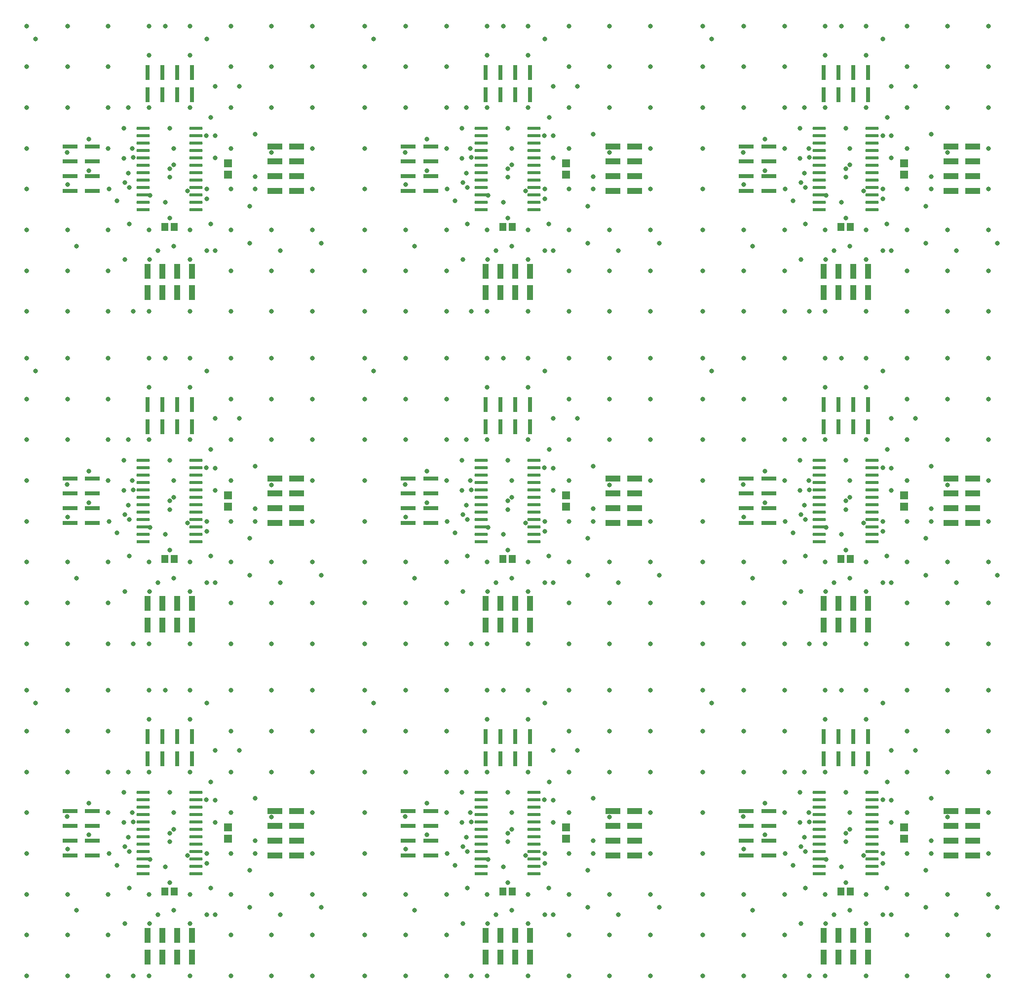
<source format=gbr>
%TF.GenerationSoftware,Altium Limited,Altium Designer,21.6.1 (37)*%
G04 Layer_Color=16711935*
%FSLAX43Y43*%
%MOMM*%
%TF.SameCoordinates,8D5B277E-474B-43DD-86F4-B2073A371E15*%
%TF.FilePolarity,Negative*%
%TF.FileFunction,Soldermask,Bot*%
%TF.Part,CustomerPanel*%
G01*
G75*
%TA.AperFunction,ViaPad*%
%ADD13C,0.800*%
%TA.AperFunction,SMDPad,CuDef*%
%ADD14R,0.800X2.500*%
%ADD15R,2.500X0.800*%
%ADD16R,2.500X1.000*%
%ADD17R,1.000X2.500*%
G04:AMPARAMS|DCode=18|XSize=2.298mm|YSize=0.567mm|CornerRadius=0.283mm|HoleSize=0mm|Usage=FLASHONLY|Rotation=0.000|XOffset=0mm|YOffset=0mm|HoleType=Round|Shape=RoundedRectangle|*
%AMROUNDEDRECTD18*
21,1,2.298,0.000,0,0,0.0*
21,1,1.731,0.567,0,0,0.0*
1,1,0.567,0.865,0.000*
1,1,0.567,-0.865,0.000*
1,1,0.567,-0.865,0.000*
1,1,0.567,0.865,0.000*
%
%ADD18ROUNDEDRECTD18*%
%ADD19R,2.298X0.567*%
%ADD20R,1.300X1.450*%
%ADD21R,1.450X1.350*%
D13*
X135000Y135986D02*
D03*
X133621Y138000D02*
D03*
X144000Y133024D02*
D03*
X133500Y145000D02*
D03*
X136962Y152000D02*
D03*
X136141Y143313D02*
D03*
X137781Y143413D02*
D03*
X137645Y145013D02*
D03*
X136163Y148485D02*
D03*
X136903Y140771D02*
D03*
X170000Y128740D02*
D03*
X157771D02*
D03*
Y135090D02*
D03*
X147123Y137690D02*
D03*
X151097Y132042D02*
D03*
X154500Y138000D02*
D03*
X150357Y136315D02*
D03*
X143260Y135745D02*
D03*
X158672Y140170D02*
D03*
Y138000D02*
D03*
X151837Y143337D02*
D03*
X150357Y138000D02*
D03*
X162990Y127492D02*
D03*
X154500Y131000D02*
D03*
X151852Y127470D02*
D03*
X150346Y147215D02*
D03*
X151852Y147140D02*
D03*
X154500Y152000D02*
D03*
Y159000D02*
D03*
Y166000D02*
D03*
X156000Y155664D02*
D03*
X151814D02*
D03*
X151111Y150305D02*
D03*
X142000Y127492D02*
D03*
X150357Y127470D02*
D03*
X140665Y136964D02*
D03*
X137099Y138325D02*
D03*
X136300Y139154D02*
D03*
X128000Y128232D02*
D03*
X144740D02*
D03*
Y142146D02*
D03*
Y144996D02*
D03*
X144000Y148485D02*
D03*
X161500Y152000D02*
D03*
X158672Y147460D02*
D03*
X147500Y152000D02*
D03*
X147496Y160998D02*
D03*
X121000Y163792D02*
D03*
X150357D02*
D03*
X137764Y117000D02*
D03*
X144000Y141500D02*
D03*
X136300Y125966D02*
D03*
X144000Y140030D02*
D03*
X119500Y145000D02*
D03*
X130115Y141186D02*
D03*
X143300Y166011D02*
D03*
X147500Y131000D02*
D03*
X137082Y132042D02*
D03*
X140500Y131000D02*
D03*
X130115Y146624D02*
D03*
X168500Y138000D02*
D03*
X154500Y145000D02*
D03*
X140491Y161001D02*
D03*
X140538Y125946D02*
D03*
X147496D02*
D03*
X126456Y144306D02*
D03*
X126529Y138759D02*
D03*
X161500Y144260D02*
D03*
X119500Y166000D02*
D03*
Y159000D02*
D03*
Y152000D02*
D03*
Y138000D02*
D03*
Y131000D02*
D03*
Y124000D02*
D03*
X168500D02*
D03*
X154500D02*
D03*
X133500D02*
D03*
X126500D02*
D03*
X161500D02*
D03*
X168500Y117000D02*
D03*
X154500D02*
D03*
X147500D02*
D03*
X140500D02*
D03*
X133500D02*
D03*
X126500D02*
D03*
X119500D02*
D03*
X161500D02*
D03*
X168500Y131000D02*
D03*
X133500D02*
D03*
X126500D02*
D03*
X161500D02*
D03*
X168500Y145000D02*
D03*
Y152000D02*
D03*
X140500D02*
D03*
X133500D02*
D03*
X126500D02*
D03*
X161500Y159000D02*
D03*
X126500D02*
D03*
X133500D02*
D03*
X168500D02*
D03*
Y166000D02*
D03*
X161500D02*
D03*
X147500D02*
D03*
X140500D02*
D03*
X133500D02*
D03*
X126500D02*
D03*
X135000Y78986D02*
D03*
X133621Y81000D02*
D03*
X144000Y76024D02*
D03*
X133500Y88000D02*
D03*
X136962Y95000D02*
D03*
X136141Y86313D02*
D03*
X137781Y86413D02*
D03*
X137645Y88013D02*
D03*
X136163Y91485D02*
D03*
X136903Y83771D02*
D03*
X170000Y71740D02*
D03*
X157771D02*
D03*
Y78090D02*
D03*
X147123Y80690D02*
D03*
X151097Y75042D02*
D03*
X154500Y81000D02*
D03*
X150357Y79315D02*
D03*
X143260Y78745D02*
D03*
X158672Y83170D02*
D03*
Y81000D02*
D03*
X151837Y86337D02*
D03*
X150357Y81000D02*
D03*
X162990Y70491D02*
D03*
X154500Y74000D02*
D03*
X151852Y70470D02*
D03*
X150346Y90215D02*
D03*
X151852Y90140D02*
D03*
X154500Y95000D02*
D03*
Y102000D02*
D03*
Y109000D02*
D03*
X156000Y98664D02*
D03*
X151814D02*
D03*
X151111Y93305D02*
D03*
X142000Y70491D02*
D03*
X150357Y70470D02*
D03*
X140665Y79964D02*
D03*
X137099Y81325D02*
D03*
X136300Y82154D02*
D03*
X128000Y71232D02*
D03*
X144740D02*
D03*
Y85146D02*
D03*
Y87996D02*
D03*
X144000Y91485D02*
D03*
X161500Y95000D02*
D03*
X158672Y90460D02*
D03*
X147500Y95000D02*
D03*
X147496Y103998D02*
D03*
X121000Y106792D02*
D03*
X150357D02*
D03*
X137764Y60000D02*
D03*
X144000Y84500D02*
D03*
X136300Y68966D02*
D03*
X144000Y83030D02*
D03*
X119500Y88000D02*
D03*
X130115Y84186D02*
D03*
X143300Y109011D02*
D03*
X147500Y74000D02*
D03*
X137082Y75042D02*
D03*
X140500Y74000D02*
D03*
X130115Y89624D02*
D03*
X168500Y81000D02*
D03*
X154500Y88000D02*
D03*
X140491Y104001D02*
D03*
X140538Y68946D02*
D03*
X147496D02*
D03*
X126456Y87306D02*
D03*
X126529Y81759D02*
D03*
X161500Y87260D02*
D03*
X119500Y109000D02*
D03*
Y102000D02*
D03*
Y95000D02*
D03*
Y81000D02*
D03*
Y74000D02*
D03*
Y67000D02*
D03*
X168500D02*
D03*
X154500D02*
D03*
X133500D02*
D03*
X126500D02*
D03*
X161500D02*
D03*
X168500Y60000D02*
D03*
X154500D02*
D03*
X147500D02*
D03*
X140500D02*
D03*
X133500D02*
D03*
X126500D02*
D03*
X119500D02*
D03*
X161500D02*
D03*
X168500Y74000D02*
D03*
X133500D02*
D03*
X126500D02*
D03*
X161500D02*
D03*
X168500Y88000D02*
D03*
Y95000D02*
D03*
X140500D02*
D03*
X133500D02*
D03*
X126500D02*
D03*
X161500Y102000D02*
D03*
X126500D02*
D03*
X133500D02*
D03*
X168500D02*
D03*
Y109000D02*
D03*
X161500D02*
D03*
X147500D02*
D03*
X140500D02*
D03*
X133500D02*
D03*
X126500D02*
D03*
X135000Y21986D02*
D03*
X133621Y24000D02*
D03*
X144000Y19024D02*
D03*
X133500Y31000D02*
D03*
X136962Y38000D02*
D03*
X136141Y29313D02*
D03*
X137781Y29413D02*
D03*
X137645Y31013D02*
D03*
X136163Y34485D02*
D03*
X136903Y26771D02*
D03*
X170000Y14740D02*
D03*
X157771D02*
D03*
Y21090D02*
D03*
X147123Y23690D02*
D03*
X151097Y18042D02*
D03*
X154500Y24000D02*
D03*
X150357Y22315D02*
D03*
X143259Y21745D02*
D03*
X158672Y26170D02*
D03*
Y24000D02*
D03*
X151837Y29337D02*
D03*
X150357Y24000D02*
D03*
X162990Y13491D02*
D03*
X154500Y17000D02*
D03*
X151852Y13470D02*
D03*
X150346Y33215D02*
D03*
X151852Y33140D02*
D03*
X154500Y38000D02*
D03*
Y45000D02*
D03*
Y52000D02*
D03*
X156000Y41664D02*
D03*
X151814D02*
D03*
X151111Y36305D02*
D03*
X142000Y13491D02*
D03*
X150357Y13470D02*
D03*
X140665Y22964D02*
D03*
X137099Y24325D02*
D03*
X136300Y25154D02*
D03*
X128000Y14232D02*
D03*
X144740D02*
D03*
Y28146D02*
D03*
Y30996D02*
D03*
X144000Y34485D02*
D03*
X161500Y38000D02*
D03*
X158672Y33460D02*
D03*
X147500Y38000D02*
D03*
X147496Y46998D02*
D03*
X121000Y49792D02*
D03*
X150357D02*
D03*
X137764Y3000D02*
D03*
X144000Y27500D02*
D03*
X136300Y11966D02*
D03*
X144000Y26030D02*
D03*
X119500Y31000D02*
D03*
X130115Y27186D02*
D03*
X143300Y52011D02*
D03*
X147500Y17000D02*
D03*
X137082Y18042D02*
D03*
X140500Y17000D02*
D03*
X130115Y32624D02*
D03*
X168500Y24000D02*
D03*
X154500Y31000D02*
D03*
X140491Y47001D02*
D03*
X140538Y11946D02*
D03*
X147496D02*
D03*
X126456Y30306D02*
D03*
X126529Y24759D02*
D03*
X161500Y30260D02*
D03*
X119500Y52000D02*
D03*
Y45000D02*
D03*
Y38000D02*
D03*
Y24000D02*
D03*
Y17000D02*
D03*
Y10000D02*
D03*
X168500D02*
D03*
X154500D02*
D03*
X133500D02*
D03*
X126500D02*
D03*
X161500D02*
D03*
X168500Y3000D02*
D03*
X154500D02*
D03*
X147500D02*
D03*
X140500D02*
D03*
X133500D02*
D03*
X126500D02*
D03*
X119500D02*
D03*
X161500D02*
D03*
X168500Y17000D02*
D03*
X133500D02*
D03*
X126500D02*
D03*
X161500D02*
D03*
X168500Y31000D02*
D03*
Y38000D02*
D03*
X140500D02*
D03*
X133500D02*
D03*
X126500D02*
D03*
X161500Y45000D02*
D03*
X126500D02*
D03*
X133500D02*
D03*
X168500D02*
D03*
Y52000D02*
D03*
X161500D02*
D03*
X147500D02*
D03*
X140500D02*
D03*
X133500D02*
D03*
X126500D02*
D03*
X77000Y135986D02*
D03*
X75621Y138000D02*
D03*
X86000Y133024D02*
D03*
X75500Y145000D02*
D03*
X78962Y152000D02*
D03*
X78141Y143313D02*
D03*
X79781Y143413D02*
D03*
X79645Y145013D02*
D03*
X78163Y148485D02*
D03*
X78903Y140771D02*
D03*
X112000Y128740D02*
D03*
X99771D02*
D03*
Y135090D02*
D03*
X89123Y137690D02*
D03*
X93097Y132042D02*
D03*
X96500Y138000D02*
D03*
X92357Y136315D02*
D03*
X85259Y135745D02*
D03*
X100672Y140170D02*
D03*
Y138000D02*
D03*
X93837Y143337D02*
D03*
X92357Y138000D02*
D03*
X104990Y127492D02*
D03*
X96500Y131000D02*
D03*
X93852Y127470D02*
D03*
X92346Y147215D02*
D03*
X93852Y147140D02*
D03*
X96500Y152000D02*
D03*
Y159000D02*
D03*
Y166000D02*
D03*
X98000Y155664D02*
D03*
X93814D02*
D03*
X93111Y150305D02*
D03*
X84000Y127492D02*
D03*
X92357Y127470D02*
D03*
X82665Y136964D02*
D03*
X79099Y138325D02*
D03*
X78300Y139154D02*
D03*
X70000Y128232D02*
D03*
X86741D02*
D03*
Y142146D02*
D03*
Y144996D02*
D03*
X86000Y148485D02*
D03*
X103500Y152000D02*
D03*
X100672Y147460D02*
D03*
X89500Y152000D02*
D03*
X89496Y160998D02*
D03*
X63000Y163792D02*
D03*
X92357D02*
D03*
X79764Y117000D02*
D03*
X86000Y141500D02*
D03*
X78300Y125966D02*
D03*
X86000Y140030D02*
D03*
X61500Y145000D02*
D03*
X72115Y141186D02*
D03*
X85300Y166011D02*
D03*
X89500Y131000D02*
D03*
X79082Y132042D02*
D03*
X82500Y131000D02*
D03*
X72115Y146624D02*
D03*
X110500Y138000D02*
D03*
X96500Y145000D02*
D03*
X82491Y161001D02*
D03*
X82538Y125946D02*
D03*
X89496D02*
D03*
X68456Y144306D02*
D03*
X68529Y138759D02*
D03*
X103500Y144260D02*
D03*
X61500Y166000D02*
D03*
Y159000D02*
D03*
Y152000D02*
D03*
Y138000D02*
D03*
Y131000D02*
D03*
Y124000D02*
D03*
X110500D02*
D03*
X96500D02*
D03*
X75500D02*
D03*
X68500D02*
D03*
X103500D02*
D03*
X110500Y117000D02*
D03*
X96500D02*
D03*
X89500D02*
D03*
X82500D02*
D03*
X75500D02*
D03*
X68500D02*
D03*
X61500D02*
D03*
X103500D02*
D03*
X110500Y131000D02*
D03*
X75500D02*
D03*
X68500D02*
D03*
X103500D02*
D03*
X110500Y145000D02*
D03*
Y152000D02*
D03*
X82500D02*
D03*
X75500D02*
D03*
X68500D02*
D03*
X103500Y159000D02*
D03*
X68500D02*
D03*
X75500D02*
D03*
X110500D02*
D03*
Y166000D02*
D03*
X103500D02*
D03*
X89500D02*
D03*
X82500D02*
D03*
X75500D02*
D03*
X68500D02*
D03*
X77000Y78986D02*
D03*
X75621Y81000D02*
D03*
X86000Y76024D02*
D03*
X75500Y88000D02*
D03*
X78962Y95000D02*
D03*
X78141Y86313D02*
D03*
X79781Y86413D02*
D03*
X79645Y88013D02*
D03*
X78163Y91485D02*
D03*
X78903Y83771D02*
D03*
X112000Y71740D02*
D03*
X99771D02*
D03*
Y78090D02*
D03*
X89123Y80690D02*
D03*
X93097Y75042D02*
D03*
X96500Y81000D02*
D03*
X92357Y79315D02*
D03*
X85259Y78745D02*
D03*
X100672Y83170D02*
D03*
Y81000D02*
D03*
X93837Y86337D02*
D03*
X92357Y81000D02*
D03*
X104990Y70491D02*
D03*
X96500Y74000D02*
D03*
X93852Y70470D02*
D03*
X92346Y90215D02*
D03*
X93852Y90140D02*
D03*
X96500Y95000D02*
D03*
Y102000D02*
D03*
Y109000D02*
D03*
X98000Y98664D02*
D03*
X93814D02*
D03*
X93111Y93305D02*
D03*
X84000Y70491D02*
D03*
X92357Y70470D02*
D03*
X82665Y79964D02*
D03*
X79099Y81325D02*
D03*
X78300Y82154D02*
D03*
X70000Y71232D02*
D03*
X86741D02*
D03*
Y85146D02*
D03*
Y87996D02*
D03*
X86000Y91485D02*
D03*
X103500Y95000D02*
D03*
X100672Y90460D02*
D03*
X89500Y95000D02*
D03*
X89496Y103998D02*
D03*
X63000Y106792D02*
D03*
X92357D02*
D03*
X79764Y60000D02*
D03*
X86000Y84500D02*
D03*
X78300Y68966D02*
D03*
X86000Y83030D02*
D03*
X61500Y88000D02*
D03*
X72115Y84186D02*
D03*
X85300Y109011D02*
D03*
X89500Y74000D02*
D03*
X79082Y75042D02*
D03*
X82500Y74000D02*
D03*
X72115Y89624D02*
D03*
X110500Y81000D02*
D03*
X96500Y88000D02*
D03*
X82491Y104001D02*
D03*
X82538Y68946D02*
D03*
X89496D02*
D03*
X68456Y87306D02*
D03*
X68529Y81759D02*
D03*
X103500Y87260D02*
D03*
X61500Y109000D02*
D03*
Y102000D02*
D03*
Y95000D02*
D03*
Y81000D02*
D03*
Y74000D02*
D03*
Y67000D02*
D03*
X110500D02*
D03*
X96500D02*
D03*
X75500D02*
D03*
X68500D02*
D03*
X103500D02*
D03*
X110500Y60000D02*
D03*
X96500D02*
D03*
X89500D02*
D03*
X82500D02*
D03*
X75500D02*
D03*
X68500D02*
D03*
X61500D02*
D03*
X103500D02*
D03*
X110500Y74000D02*
D03*
X75500D02*
D03*
X68500D02*
D03*
X103500D02*
D03*
X110500Y88000D02*
D03*
Y95000D02*
D03*
X82500D02*
D03*
X75500D02*
D03*
X68500D02*
D03*
X103500Y102000D02*
D03*
X68500D02*
D03*
X75500D02*
D03*
X110500D02*
D03*
Y109000D02*
D03*
X103500D02*
D03*
X89500D02*
D03*
X82500D02*
D03*
X75500D02*
D03*
X68500D02*
D03*
X77000Y21986D02*
D03*
X75621Y24000D02*
D03*
X86000Y19024D02*
D03*
X75500Y31000D02*
D03*
X78962Y38000D02*
D03*
X78141Y29313D02*
D03*
X79781Y29413D02*
D03*
X79645Y31013D02*
D03*
X78163Y34485D02*
D03*
X78903Y26771D02*
D03*
X112000Y14740D02*
D03*
X99771D02*
D03*
Y21090D02*
D03*
X89123Y23690D02*
D03*
X93097Y18042D02*
D03*
X96500Y24000D02*
D03*
X92357Y22315D02*
D03*
X85259Y21745D02*
D03*
X100672Y26170D02*
D03*
Y24000D02*
D03*
X93837Y29337D02*
D03*
X92357Y24000D02*
D03*
X104990Y13491D02*
D03*
X96500Y17000D02*
D03*
X93852Y13470D02*
D03*
X92346Y33215D02*
D03*
X93852Y33140D02*
D03*
X96500Y38000D02*
D03*
Y45000D02*
D03*
Y52000D02*
D03*
X98000Y41664D02*
D03*
X93814D02*
D03*
X93111Y36305D02*
D03*
X84000Y13491D02*
D03*
X92357Y13470D02*
D03*
X82665Y22964D02*
D03*
X79099Y24325D02*
D03*
X78300Y25154D02*
D03*
X70000Y14232D02*
D03*
X86741D02*
D03*
Y28146D02*
D03*
Y30996D02*
D03*
X86000Y34485D02*
D03*
X103500Y38000D02*
D03*
X100672Y33460D02*
D03*
X89500Y38000D02*
D03*
X89496Y46998D02*
D03*
X63000Y49792D02*
D03*
X92357D02*
D03*
X79764Y3000D02*
D03*
X86000Y27500D02*
D03*
X78300Y11966D02*
D03*
X86000Y26030D02*
D03*
X61500Y31000D02*
D03*
X72115Y27186D02*
D03*
X85300Y52011D02*
D03*
X89500Y17000D02*
D03*
X79082Y18042D02*
D03*
X82500Y17000D02*
D03*
X72115Y32624D02*
D03*
X110500Y24000D02*
D03*
X96500Y31000D02*
D03*
X82491Y47001D02*
D03*
X82538Y11946D02*
D03*
X89496D02*
D03*
X68456Y30306D02*
D03*
X68529Y24759D02*
D03*
X103500Y30260D02*
D03*
X61500Y52000D02*
D03*
Y45000D02*
D03*
Y38000D02*
D03*
Y24000D02*
D03*
Y17000D02*
D03*
Y10000D02*
D03*
X110500D02*
D03*
X96500D02*
D03*
X75500D02*
D03*
X68500D02*
D03*
X103500D02*
D03*
X110500Y3000D02*
D03*
X96500D02*
D03*
X89500D02*
D03*
X82500D02*
D03*
X75500D02*
D03*
X68500D02*
D03*
X61500D02*
D03*
X103500D02*
D03*
X110500Y17000D02*
D03*
X75500D02*
D03*
X68500D02*
D03*
X103500D02*
D03*
X110500Y31000D02*
D03*
Y38000D02*
D03*
X82500D02*
D03*
X75500D02*
D03*
X68500D02*
D03*
X103500Y45000D02*
D03*
X68500D02*
D03*
X75500D02*
D03*
X110500D02*
D03*
Y52000D02*
D03*
X103500D02*
D03*
X89500D02*
D03*
X82500D02*
D03*
X75500D02*
D03*
X68500D02*
D03*
X19000Y135986D02*
D03*
X17621Y138000D02*
D03*
X28000Y133024D02*
D03*
X17500Y145000D02*
D03*
X20962Y152000D02*
D03*
X20141Y143313D02*
D03*
X21781Y143413D02*
D03*
X21645Y145013D02*
D03*
X20163Y148485D02*
D03*
X20903Y140771D02*
D03*
X54000Y128740D02*
D03*
X41771D02*
D03*
Y135090D02*
D03*
X31123Y137690D02*
D03*
X35097Y132042D02*
D03*
X38500Y138000D02*
D03*
X34357Y136315D02*
D03*
X27260Y135745D02*
D03*
X42672Y140170D02*
D03*
Y138000D02*
D03*
X35837Y143337D02*
D03*
X34357Y138000D02*
D03*
X46990Y127492D02*
D03*
X38500Y131000D02*
D03*
X35852Y127470D02*
D03*
X34346Y147215D02*
D03*
X35852Y147140D02*
D03*
X38500Y152000D02*
D03*
Y159000D02*
D03*
Y166000D02*
D03*
X40000Y155664D02*
D03*
X35814D02*
D03*
X35111Y150305D02*
D03*
X26000Y127492D02*
D03*
X34357Y127470D02*
D03*
X24665Y136964D02*
D03*
X21099Y138325D02*
D03*
X20300Y139154D02*
D03*
X12000Y128232D02*
D03*
X28740D02*
D03*
Y142146D02*
D03*
Y144996D02*
D03*
X28000Y148485D02*
D03*
X45500Y152000D02*
D03*
X42672Y147460D02*
D03*
X31500Y152000D02*
D03*
X31496Y160998D02*
D03*
X5000Y163792D02*
D03*
X34357D02*
D03*
X21764Y117000D02*
D03*
X28000Y141500D02*
D03*
X20300Y125966D02*
D03*
X28000Y140030D02*
D03*
X3500Y145000D02*
D03*
X14115Y141186D02*
D03*
X27300Y166011D02*
D03*
X31500Y131000D02*
D03*
X21082Y132042D02*
D03*
X24500Y131000D02*
D03*
X14115Y146624D02*
D03*
X52500Y138000D02*
D03*
X38500Y145000D02*
D03*
X24491Y161001D02*
D03*
X24538Y125946D02*
D03*
X31496D02*
D03*
X10456Y144306D02*
D03*
X10529Y138759D02*
D03*
X45500Y144260D02*
D03*
X3500Y166000D02*
D03*
Y159000D02*
D03*
Y152000D02*
D03*
Y138000D02*
D03*
Y131000D02*
D03*
Y124000D02*
D03*
X52500D02*
D03*
X38500D02*
D03*
X17500D02*
D03*
X10500D02*
D03*
X45500D02*
D03*
X52500Y117000D02*
D03*
X38500D02*
D03*
X31500D02*
D03*
X24500D02*
D03*
X17500D02*
D03*
X10500D02*
D03*
X3500D02*
D03*
X45500D02*
D03*
X52500Y131000D02*
D03*
X17500D02*
D03*
X10500D02*
D03*
X45500D02*
D03*
X52500Y145000D02*
D03*
Y152000D02*
D03*
X24500D02*
D03*
X17500D02*
D03*
X10500D02*
D03*
X45500Y159000D02*
D03*
X10500D02*
D03*
X17500D02*
D03*
X52500D02*
D03*
Y166000D02*
D03*
X45500D02*
D03*
X31500D02*
D03*
X24500D02*
D03*
X17500D02*
D03*
X10500D02*
D03*
X19000Y78986D02*
D03*
X17621Y81000D02*
D03*
X28000Y76024D02*
D03*
X17500Y88000D02*
D03*
X20962Y95000D02*
D03*
X20141Y86313D02*
D03*
X21781Y86413D02*
D03*
X21645Y88013D02*
D03*
X20163Y91485D02*
D03*
X20903Y83771D02*
D03*
X54000Y71740D02*
D03*
X41771D02*
D03*
Y78090D02*
D03*
X31123Y80690D02*
D03*
X35097Y75042D02*
D03*
X38500Y81000D02*
D03*
X34357Y79315D02*
D03*
X27260Y78745D02*
D03*
X42672Y83170D02*
D03*
Y81000D02*
D03*
X35837Y86337D02*
D03*
X34357Y81000D02*
D03*
X46990Y70492D02*
D03*
X38500Y74000D02*
D03*
X35852Y70470D02*
D03*
X34346Y90215D02*
D03*
X35852Y90140D02*
D03*
X38500Y95000D02*
D03*
Y102000D02*
D03*
Y109000D02*
D03*
X40000Y98664D02*
D03*
X35814D02*
D03*
X35111Y93305D02*
D03*
X26000Y70492D02*
D03*
X34357Y70470D02*
D03*
X24665Y79964D02*
D03*
X21099Y81325D02*
D03*
X20300Y82154D02*
D03*
X12000Y71232D02*
D03*
X28740D02*
D03*
Y85146D02*
D03*
Y87996D02*
D03*
X28000Y91485D02*
D03*
X45500Y95000D02*
D03*
X42672Y90460D02*
D03*
X31500Y95000D02*
D03*
X31496Y103998D02*
D03*
X5000Y106792D02*
D03*
X34357D02*
D03*
X21764Y60000D02*
D03*
X28000Y84500D02*
D03*
X20300Y68966D02*
D03*
X28000Y83030D02*
D03*
X3500Y88000D02*
D03*
X14115Y84186D02*
D03*
X27300Y109011D02*
D03*
X31500Y74000D02*
D03*
X21082Y75042D02*
D03*
X24500Y74000D02*
D03*
X14115Y89624D02*
D03*
X52500Y81000D02*
D03*
X38500Y88000D02*
D03*
X24491Y104001D02*
D03*
X24538Y68946D02*
D03*
X31496D02*
D03*
X10456Y87306D02*
D03*
X10529Y81759D02*
D03*
X45500Y87260D02*
D03*
X3500Y109000D02*
D03*
Y102000D02*
D03*
Y95000D02*
D03*
Y81000D02*
D03*
Y74000D02*
D03*
Y67000D02*
D03*
X52500D02*
D03*
X38500D02*
D03*
X17500D02*
D03*
X10500D02*
D03*
X45500D02*
D03*
X52500Y60000D02*
D03*
X38500D02*
D03*
X31500D02*
D03*
X24500D02*
D03*
X17500D02*
D03*
X10500D02*
D03*
X3500D02*
D03*
X45500D02*
D03*
X52500Y74000D02*
D03*
X17500D02*
D03*
X10500D02*
D03*
X45500D02*
D03*
X52500Y88000D02*
D03*
Y95000D02*
D03*
X24500D02*
D03*
X17500D02*
D03*
X10500D02*
D03*
X45500Y102000D02*
D03*
X10500D02*
D03*
X17500D02*
D03*
X52500D02*
D03*
Y109000D02*
D03*
X45500D02*
D03*
X31500D02*
D03*
X24500D02*
D03*
X17500D02*
D03*
X10500D02*
D03*
X19000Y21986D02*
D03*
X17621Y24000D02*
D03*
X28000Y19024D02*
D03*
X17500Y31000D02*
D03*
X20962Y38000D02*
D03*
X20141Y29313D02*
D03*
X21781Y29413D02*
D03*
X21645Y31013D02*
D03*
X20163Y34485D02*
D03*
X20903Y26771D02*
D03*
X54000Y14740D02*
D03*
X41771D02*
D03*
Y21090D02*
D03*
X31123Y23690D02*
D03*
X35097Y18042D02*
D03*
X38500Y24000D02*
D03*
X34357Y22315D02*
D03*
X27260Y21745D02*
D03*
X42672Y26170D02*
D03*
Y24000D02*
D03*
X35837Y29337D02*
D03*
X34357Y24000D02*
D03*
X46990Y13491D02*
D03*
X38500Y17000D02*
D03*
X35852Y13470D02*
D03*
X34346Y33215D02*
D03*
X35852Y33140D02*
D03*
X38500Y38000D02*
D03*
Y45000D02*
D03*
Y52000D02*
D03*
X40000Y41664D02*
D03*
X35814D02*
D03*
X35111Y36305D02*
D03*
X26000Y13491D02*
D03*
X34357Y13470D02*
D03*
X24665Y22964D02*
D03*
X21099Y24325D02*
D03*
X20300Y25154D02*
D03*
X12000Y14232D02*
D03*
X28740D02*
D03*
Y28146D02*
D03*
Y30996D02*
D03*
X28000Y34485D02*
D03*
X45500Y38000D02*
D03*
X42672Y33460D02*
D03*
X31500Y38000D02*
D03*
X31496Y46998D02*
D03*
X5000Y49792D02*
D03*
X34357D02*
D03*
X21764Y3000D02*
D03*
X28000Y27500D02*
D03*
X20300Y11966D02*
D03*
X28000Y26030D02*
D03*
X3500Y31000D02*
D03*
X14115Y27186D02*
D03*
X27300Y52011D02*
D03*
X31500Y17000D02*
D03*
X21082Y18042D02*
D03*
X24500Y17000D02*
D03*
X14115Y32624D02*
D03*
X52500Y24000D02*
D03*
X38500Y31000D02*
D03*
X24491Y47001D02*
D03*
X24538Y11946D02*
D03*
X31496D02*
D03*
X10456Y30306D02*
D03*
X10529Y24759D02*
D03*
X45500Y30260D02*
D03*
X3500Y52000D02*
D03*
Y45000D02*
D03*
Y38000D02*
D03*
Y24000D02*
D03*
Y17000D02*
D03*
Y10000D02*
D03*
X52500D02*
D03*
X38500D02*
D03*
X17500D02*
D03*
X10500D02*
D03*
X45500D02*
D03*
X52500Y3000D02*
D03*
X38500D02*
D03*
X31500D02*
D03*
X24500D02*
D03*
X17500D02*
D03*
X10500D02*
D03*
X3500D02*
D03*
X45500D02*
D03*
X52500Y17000D02*
D03*
X17500D02*
D03*
X10500D02*
D03*
X45500D02*
D03*
X52500Y31000D02*
D03*
Y38000D02*
D03*
X24500D02*
D03*
X17500D02*
D03*
X10500D02*
D03*
X45500Y45000D02*
D03*
X10500D02*
D03*
X17500D02*
D03*
X52500D02*
D03*
Y52000D02*
D03*
X45500D02*
D03*
X31500D02*
D03*
X24500D02*
D03*
X17500D02*
D03*
X10500D02*
D03*
D14*
X140190Y158040D02*
D03*
X142730D02*
D03*
X140190Y154210D02*
D03*
X142730D02*
D03*
X145270Y158040D02*
D03*
X147810D02*
D03*
X145270Y154210D02*
D03*
X147810D02*
D03*
X140190Y101040D02*
D03*
X142730D02*
D03*
X140190Y97210D02*
D03*
X142730D02*
D03*
X145270Y101040D02*
D03*
X147810D02*
D03*
X145270Y97210D02*
D03*
X147810D02*
D03*
X140190Y44040D02*
D03*
X142730D02*
D03*
X140190Y40210D02*
D03*
X142730D02*
D03*
X145270Y44040D02*
D03*
X147810D02*
D03*
X145270Y40210D02*
D03*
X147810D02*
D03*
X82190Y158040D02*
D03*
X84730D02*
D03*
X82190Y154210D02*
D03*
X84730D02*
D03*
X87270Y158040D02*
D03*
X89810D02*
D03*
X87270Y154210D02*
D03*
X89810D02*
D03*
X82190Y101040D02*
D03*
X84730D02*
D03*
X82190Y97210D02*
D03*
X84730D02*
D03*
X87270Y101040D02*
D03*
X89810D02*
D03*
X87270Y97210D02*
D03*
X89810D02*
D03*
X82190Y44040D02*
D03*
X84730D02*
D03*
X82190Y40210D02*
D03*
X84730D02*
D03*
X87270Y44040D02*
D03*
X89810D02*
D03*
X87270Y40210D02*
D03*
X89810D02*
D03*
X24190Y158040D02*
D03*
X26730D02*
D03*
X24190Y154210D02*
D03*
X26730D02*
D03*
X29270Y158040D02*
D03*
X31810D02*
D03*
X29270Y154210D02*
D03*
X31810D02*
D03*
X24190Y101040D02*
D03*
X26730D02*
D03*
X24190Y97210D02*
D03*
X26730D02*
D03*
X29270Y101040D02*
D03*
X31810D02*
D03*
X29270Y97210D02*
D03*
X31810D02*
D03*
X24190Y44040D02*
D03*
X26730D02*
D03*
X24190Y40210D02*
D03*
X26730D02*
D03*
X29270Y44040D02*
D03*
X31810D02*
D03*
X29270Y40210D02*
D03*
X31810D02*
D03*
D15*
X130790Y145310D02*
D03*
Y142770D02*
D03*
X126960Y145310D02*
D03*
Y142770D02*
D03*
X130790Y140230D02*
D03*
Y137690D02*
D03*
X126960Y140230D02*
D03*
Y137690D02*
D03*
X130790Y88310D02*
D03*
Y85770D02*
D03*
X126960Y88310D02*
D03*
Y85770D02*
D03*
X130790Y83230D02*
D03*
Y80690D02*
D03*
X126960Y83230D02*
D03*
Y80690D02*
D03*
X130790Y31310D02*
D03*
Y28770D02*
D03*
X126960Y31310D02*
D03*
Y28770D02*
D03*
X130790Y26230D02*
D03*
Y23690D02*
D03*
X126960Y26230D02*
D03*
Y23690D02*
D03*
X72790Y145310D02*
D03*
Y142770D02*
D03*
X68960Y145310D02*
D03*
Y142770D02*
D03*
X72790Y140230D02*
D03*
Y137690D02*
D03*
X68960Y140230D02*
D03*
Y137690D02*
D03*
X72790Y88310D02*
D03*
Y85770D02*
D03*
X68960Y88310D02*
D03*
Y85770D02*
D03*
X72790Y83230D02*
D03*
Y80690D02*
D03*
X68960Y83230D02*
D03*
Y80690D02*
D03*
X72790Y31310D02*
D03*
Y28770D02*
D03*
X68960Y31310D02*
D03*
Y28770D02*
D03*
X72790Y26230D02*
D03*
Y23690D02*
D03*
X68960Y26230D02*
D03*
Y23690D02*
D03*
X14790Y145310D02*
D03*
Y142770D02*
D03*
X10960Y145310D02*
D03*
Y142770D02*
D03*
X14790Y140230D02*
D03*
Y137690D02*
D03*
X10960Y140230D02*
D03*
Y137690D02*
D03*
X14790Y88310D02*
D03*
Y85770D02*
D03*
X10960Y88310D02*
D03*
Y85770D02*
D03*
X14790Y83230D02*
D03*
Y80690D02*
D03*
X10960Y83230D02*
D03*
Y80690D02*
D03*
X14790Y31310D02*
D03*
Y28770D02*
D03*
X10960Y31310D02*
D03*
Y28770D02*
D03*
X14790Y26230D02*
D03*
Y23690D02*
D03*
X10960Y26230D02*
D03*
Y23690D02*
D03*
D16*
X162080Y145310D02*
D03*
Y142770D02*
D03*
X165780Y145310D02*
D03*
Y142770D02*
D03*
Y137690D02*
D03*
X162080D02*
D03*
X165780Y140230D02*
D03*
X162080D02*
D03*
X162080Y88310D02*
D03*
Y85770D02*
D03*
X165780Y88310D02*
D03*
Y85770D02*
D03*
Y80690D02*
D03*
X162080D02*
D03*
X165780Y83230D02*
D03*
X162080D02*
D03*
X162080Y31310D02*
D03*
Y28770D02*
D03*
X165780Y31310D02*
D03*
Y28770D02*
D03*
Y23690D02*
D03*
X162080D02*
D03*
X165780Y26230D02*
D03*
X162080D02*
D03*
X104080Y145310D02*
D03*
Y142770D02*
D03*
X107780Y145310D02*
D03*
Y142770D02*
D03*
Y137690D02*
D03*
X104080D02*
D03*
X107780Y140230D02*
D03*
X104080D02*
D03*
Y88310D02*
D03*
Y85770D02*
D03*
X107780Y88310D02*
D03*
Y85770D02*
D03*
Y80690D02*
D03*
X104080D02*
D03*
X107780Y83230D02*
D03*
X104080D02*
D03*
Y31310D02*
D03*
Y28770D02*
D03*
X107780Y31310D02*
D03*
Y28770D02*
D03*
Y23690D02*
D03*
X104080D02*
D03*
X107780Y26230D02*
D03*
X104080D02*
D03*
X46080Y145310D02*
D03*
Y142770D02*
D03*
X49780Y145310D02*
D03*
Y142770D02*
D03*
Y137690D02*
D03*
X46080D02*
D03*
X49780Y140230D02*
D03*
X46080D02*
D03*
Y88310D02*
D03*
Y85770D02*
D03*
X49780Y88310D02*
D03*
Y85770D02*
D03*
Y80690D02*
D03*
X46080D02*
D03*
X49780Y83230D02*
D03*
X46080D02*
D03*
Y31310D02*
D03*
Y28770D02*
D03*
X49780Y31310D02*
D03*
Y28770D02*
D03*
Y23690D02*
D03*
X46080D02*
D03*
X49780Y26230D02*
D03*
X46080D02*
D03*
D17*
X142730Y123920D02*
D03*
Y120220D02*
D03*
X140190Y123920D02*
D03*
Y120220D02*
D03*
X145270D02*
D03*
X147810D02*
D03*
X145270Y123920D02*
D03*
X147810D02*
D03*
X142730Y66920D02*
D03*
Y63220D02*
D03*
X140190Y66920D02*
D03*
Y63220D02*
D03*
X145270D02*
D03*
X147810D02*
D03*
X145270Y66920D02*
D03*
X147810D02*
D03*
X142730Y9920D02*
D03*
Y6220D02*
D03*
X140190Y9920D02*
D03*
Y6220D02*
D03*
X145270D02*
D03*
X147810D02*
D03*
X145270Y9920D02*
D03*
X147810D02*
D03*
X84730Y123920D02*
D03*
Y120220D02*
D03*
X82190Y123920D02*
D03*
Y120220D02*
D03*
X87270D02*
D03*
X89810D02*
D03*
X87270Y123920D02*
D03*
X89810D02*
D03*
X84730Y66920D02*
D03*
Y63220D02*
D03*
X82190Y66920D02*
D03*
Y63220D02*
D03*
X87270D02*
D03*
X89810D02*
D03*
X87270Y66920D02*
D03*
X89810D02*
D03*
X84730Y9920D02*
D03*
Y6220D02*
D03*
X82190Y9920D02*
D03*
Y6220D02*
D03*
X87270D02*
D03*
X89810D02*
D03*
X87270Y9920D02*
D03*
X89810D02*
D03*
X26730Y123920D02*
D03*
Y120220D02*
D03*
X24190Y123920D02*
D03*
Y120220D02*
D03*
X29270D02*
D03*
X31810D02*
D03*
X29270Y123920D02*
D03*
X31810D02*
D03*
X26730Y66920D02*
D03*
Y63220D02*
D03*
X24190Y66920D02*
D03*
Y63220D02*
D03*
X29270D02*
D03*
X31810D02*
D03*
X29270Y66920D02*
D03*
X31810D02*
D03*
X26730Y9920D02*
D03*
Y6220D02*
D03*
X24190Y9920D02*
D03*
Y6220D02*
D03*
X29270D02*
D03*
X31810D02*
D03*
X29270Y9920D02*
D03*
X31810D02*
D03*
D18*
X148528Y134515D02*
D03*
Y135785D02*
D03*
Y137055D02*
D03*
Y138325D02*
D03*
Y139595D02*
D03*
Y140865D02*
D03*
Y142135D02*
D03*
Y143405D02*
D03*
Y144675D02*
D03*
Y145945D02*
D03*
Y147215D02*
D03*
Y148485D02*
D03*
X139472D02*
D03*
Y147215D02*
D03*
Y145945D02*
D03*
Y144675D02*
D03*
Y143405D02*
D03*
Y142135D02*
D03*
Y140865D02*
D03*
Y139595D02*
D03*
Y138325D02*
D03*
Y137055D02*
D03*
Y135785D02*
D03*
X148528Y77515D02*
D03*
Y78785D02*
D03*
Y80055D02*
D03*
Y81325D02*
D03*
Y82595D02*
D03*
Y83865D02*
D03*
Y85135D02*
D03*
Y86405D02*
D03*
Y87675D02*
D03*
Y88945D02*
D03*
Y90215D02*
D03*
Y91485D02*
D03*
X139472D02*
D03*
Y90215D02*
D03*
Y88945D02*
D03*
Y87675D02*
D03*
Y86405D02*
D03*
Y85135D02*
D03*
Y83865D02*
D03*
Y82595D02*
D03*
Y81325D02*
D03*
Y80055D02*
D03*
Y78785D02*
D03*
X148528Y20515D02*
D03*
Y21785D02*
D03*
Y23055D02*
D03*
Y24325D02*
D03*
Y25595D02*
D03*
Y26865D02*
D03*
Y28135D02*
D03*
Y29405D02*
D03*
Y30675D02*
D03*
Y31945D02*
D03*
Y33215D02*
D03*
Y34485D02*
D03*
X139472D02*
D03*
Y33215D02*
D03*
Y31945D02*
D03*
Y30675D02*
D03*
Y29405D02*
D03*
Y28135D02*
D03*
Y26865D02*
D03*
Y25595D02*
D03*
Y24325D02*
D03*
Y23055D02*
D03*
Y21785D02*
D03*
X90528Y134515D02*
D03*
Y135785D02*
D03*
Y137055D02*
D03*
Y138325D02*
D03*
Y139595D02*
D03*
Y140865D02*
D03*
Y142135D02*
D03*
Y143405D02*
D03*
Y144675D02*
D03*
Y145945D02*
D03*
Y147215D02*
D03*
Y148485D02*
D03*
X81472D02*
D03*
Y147215D02*
D03*
Y145945D02*
D03*
Y144675D02*
D03*
Y143405D02*
D03*
Y142135D02*
D03*
Y140865D02*
D03*
Y139595D02*
D03*
Y138325D02*
D03*
Y137055D02*
D03*
Y135785D02*
D03*
X90528Y77515D02*
D03*
Y78785D02*
D03*
Y80055D02*
D03*
Y81325D02*
D03*
Y82595D02*
D03*
Y83865D02*
D03*
Y85135D02*
D03*
Y86405D02*
D03*
Y87675D02*
D03*
Y88945D02*
D03*
Y90215D02*
D03*
Y91485D02*
D03*
X81472D02*
D03*
Y90215D02*
D03*
Y88945D02*
D03*
Y87675D02*
D03*
Y86405D02*
D03*
Y85135D02*
D03*
Y83865D02*
D03*
Y82595D02*
D03*
Y81325D02*
D03*
Y80055D02*
D03*
Y78785D02*
D03*
X90528Y20515D02*
D03*
Y21785D02*
D03*
Y23055D02*
D03*
Y24325D02*
D03*
Y25595D02*
D03*
Y26865D02*
D03*
Y28135D02*
D03*
Y29405D02*
D03*
Y30675D02*
D03*
Y31945D02*
D03*
Y33215D02*
D03*
Y34485D02*
D03*
X81472D02*
D03*
Y33215D02*
D03*
Y31945D02*
D03*
Y30675D02*
D03*
Y29405D02*
D03*
Y28135D02*
D03*
Y26865D02*
D03*
Y25595D02*
D03*
Y24325D02*
D03*
Y23055D02*
D03*
Y21785D02*
D03*
X32528Y134515D02*
D03*
Y135785D02*
D03*
Y137055D02*
D03*
Y138325D02*
D03*
Y139595D02*
D03*
Y140865D02*
D03*
Y142135D02*
D03*
Y143405D02*
D03*
Y144675D02*
D03*
Y145945D02*
D03*
Y147215D02*
D03*
Y148485D02*
D03*
X23472D02*
D03*
Y147215D02*
D03*
Y145945D02*
D03*
Y144675D02*
D03*
Y143405D02*
D03*
Y142135D02*
D03*
Y140865D02*
D03*
Y139595D02*
D03*
Y138325D02*
D03*
Y137055D02*
D03*
Y135785D02*
D03*
X32528Y77515D02*
D03*
Y78785D02*
D03*
Y80055D02*
D03*
Y81325D02*
D03*
Y82595D02*
D03*
Y83865D02*
D03*
Y85135D02*
D03*
Y86405D02*
D03*
Y87675D02*
D03*
Y88945D02*
D03*
Y90215D02*
D03*
Y91485D02*
D03*
X23472D02*
D03*
Y90215D02*
D03*
Y88945D02*
D03*
Y87675D02*
D03*
Y86405D02*
D03*
Y85135D02*
D03*
Y83865D02*
D03*
Y82595D02*
D03*
Y81325D02*
D03*
Y80055D02*
D03*
Y78785D02*
D03*
X32528Y20515D02*
D03*
Y21785D02*
D03*
Y23055D02*
D03*
Y24325D02*
D03*
Y25595D02*
D03*
Y26865D02*
D03*
Y28135D02*
D03*
Y29405D02*
D03*
Y30675D02*
D03*
Y31945D02*
D03*
Y33215D02*
D03*
Y34485D02*
D03*
X23472D02*
D03*
Y33215D02*
D03*
Y31945D02*
D03*
Y30675D02*
D03*
Y29405D02*
D03*
Y28135D02*
D03*
Y26865D02*
D03*
Y25595D02*
D03*
Y24325D02*
D03*
Y23055D02*
D03*
Y21785D02*
D03*
D19*
X139472Y134515D02*
D03*
X139472Y77515D02*
D03*
X139472Y20515D02*
D03*
X81472Y134515D02*
D03*
Y77515D02*
D03*
Y20515D02*
D03*
X23472Y134515D02*
D03*
Y77515D02*
D03*
Y20515D02*
D03*
D20*
X144825Y131500D02*
D03*
X143175D02*
D03*
X144825Y74500D02*
D03*
X143175D02*
D03*
X144825Y17500D02*
D03*
X143175D02*
D03*
X86825Y131500D02*
D03*
X85175D02*
D03*
X86825Y74500D02*
D03*
X85175D02*
D03*
X86825Y17500D02*
D03*
X85175D02*
D03*
X28825Y131500D02*
D03*
X27175D02*
D03*
X28825Y74500D02*
D03*
X27175D02*
D03*
X28825Y17500D02*
D03*
X27175D02*
D03*
D21*
X154000Y140500D02*
D03*
Y142450D02*
D03*
X154000Y83500D02*
D03*
Y85450D02*
D03*
X154000Y26500D02*
D03*
Y28450D02*
D03*
X96000Y140500D02*
D03*
Y142450D02*
D03*
Y83500D02*
D03*
Y85450D02*
D03*
Y26500D02*
D03*
Y28450D02*
D03*
X38000Y140500D02*
D03*
Y142450D02*
D03*
Y83500D02*
D03*
Y85450D02*
D03*
Y26500D02*
D03*
Y28450D02*
D03*
%TF.MD5,41699cd195e19c7c57721dbae555091f*%
M02*

</source>
